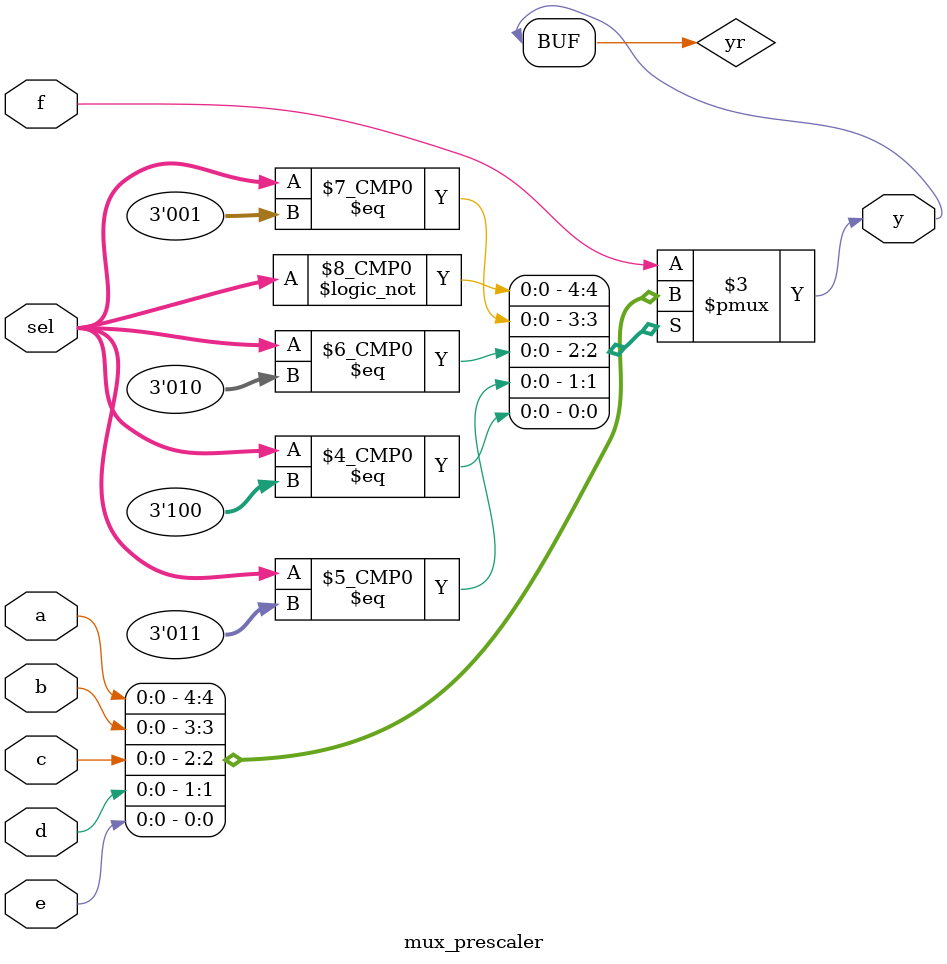
<source format=v>


module mux_prescaler
	(
		input a, b, c, d, e, f,
		input[2:0] sel,	// <---
		output y
	);
	
	reg yr;
	
	assign y = yr;
	
	always @(sel or a or b or c or d or e or f) begin : MUX	// <---
		case(sel)
			3'b000	: yr = a;
			3'b001  : yr = b;
			3'b010  : yr = c;
			3'b011  : yr = d;
			3'b100  : yr = e;
			default	: yr = f;
		 endcase
	 end
	
	
endmodule	
</source>
